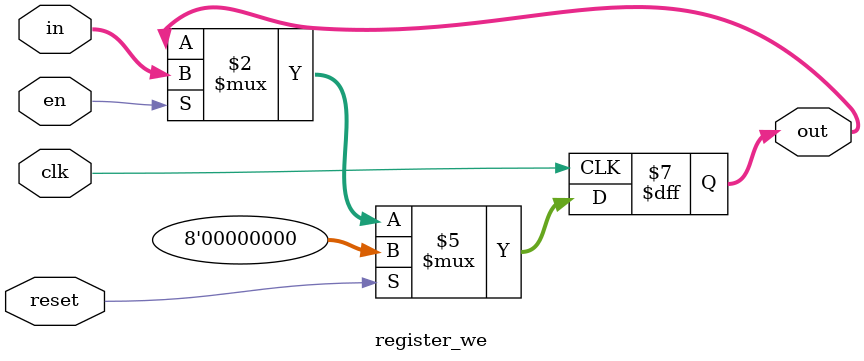
<source format=v>
module register_we #(parameter W=8) (clk, reset, en, in, out);

	input clk, reset, en;
	input [(W-1):0] in;
	output reg [(W-1):0] out;

	always @(posedge clk)
		begin
		
			if (reset) begin
				out <= 0;
			end
			
			else if (en) begin
				out <= in;
			end
		
		end

endmodule

</source>
